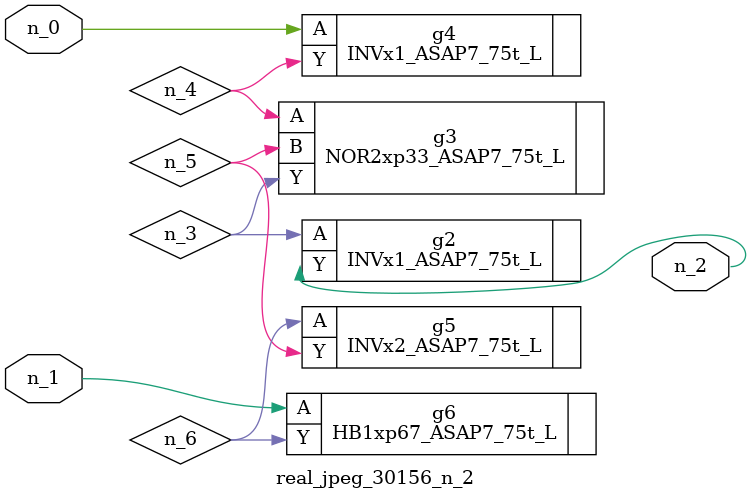
<source format=v>
module real_jpeg_30156_n_2 (n_1, n_0, n_2);

input n_1;
input n_0;

output n_2;

wire n_5;
wire n_4;
wire n_6;
wire n_3;

INVx1_ASAP7_75t_L g4 ( 
.A(n_0),
.Y(n_4)
);

HB1xp67_ASAP7_75t_L g6 ( 
.A(n_1),
.Y(n_6)
);

INVx1_ASAP7_75t_L g2 ( 
.A(n_3),
.Y(n_2)
);

NOR2xp33_ASAP7_75t_L g3 ( 
.A(n_4),
.B(n_5),
.Y(n_3)
);

INVx2_ASAP7_75t_L g5 ( 
.A(n_6),
.Y(n_5)
);


endmodule
</source>
